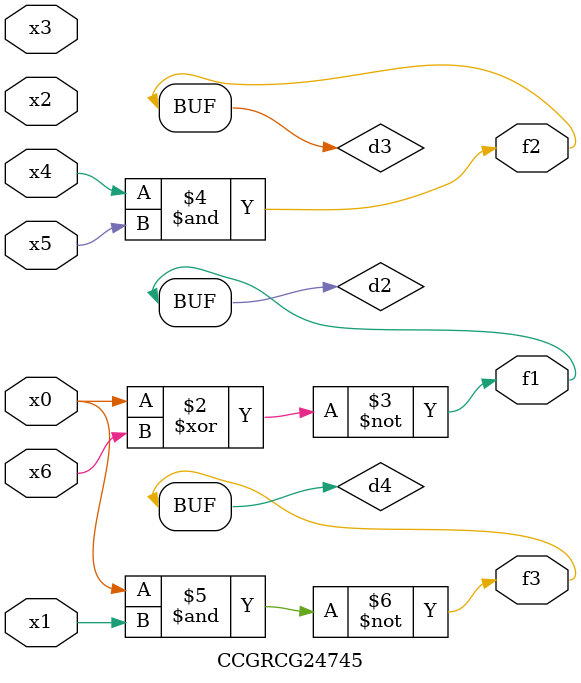
<source format=v>
module CCGRCG24745(
	input x0, x1, x2, x3, x4, x5, x6,
	output f1, f2, f3
);

	wire d1, d2, d3, d4;

	nor (d1, x0);
	xnor (d2, x0, x6);
	and (d3, x4, x5);
	nand (d4, x0, x1);
	assign f1 = d2;
	assign f2 = d3;
	assign f3 = d4;
endmodule

</source>
